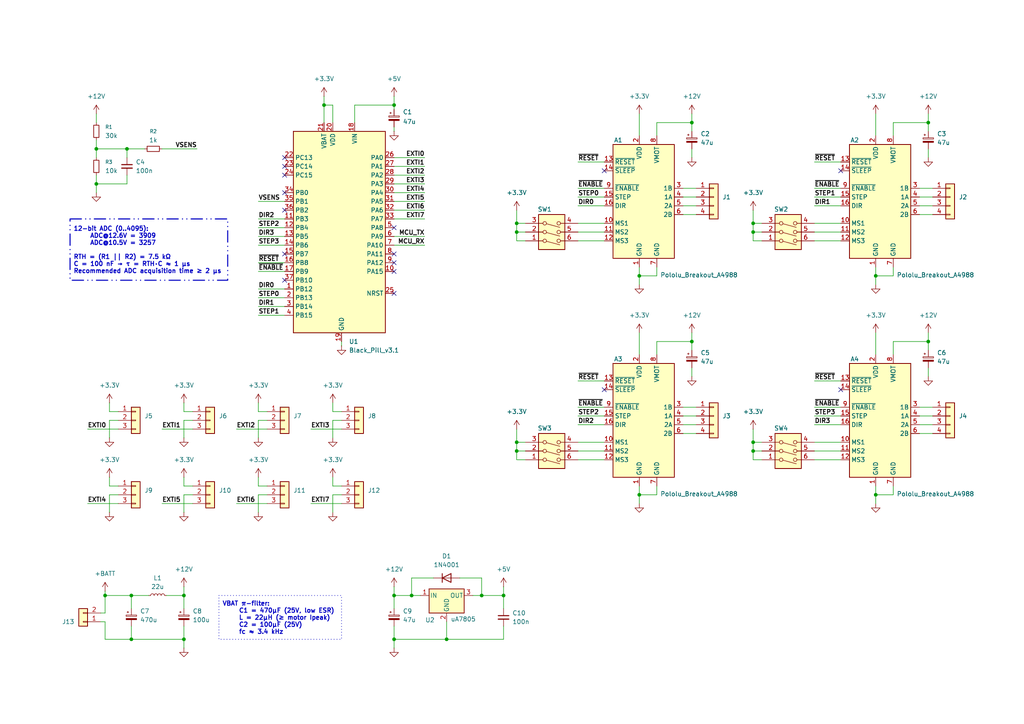
<source format=kicad_sch>
(kicad_sch (version 20250114) (generator "eeschema") (generator_version "9.0")
  (paper "A4")
  (title_block (title "Quad Stepper Controller") (date "2025-09-10") (rev "1") (company "Mazouz Yacine"))
  (lib_symbols
    (symbol "Connector_Generic:Conn_01x02" (pin_names (offset 1.016) (hide yes))
      (property "Reference" "J" (at 0 2.54 0))
      (property "Value" "Conn_01x02" (at 0 -5.08 0))
      (symbol "Conn_01x02_1_1"
        (pin passive line (at -5.08 0 0) (length 3.81) (name "Pin_1") (number "1"))
        (pin passive line (at -5.08 -2.54 0) (length 3.81) (name "Pin_2") (number "2"))
      )
    )
    (symbol "Connector_Generic:Conn_01x03" (pin_names (offset 1.016) (hide yes))
      (property "Reference" "J" (at 0 5.08 0))
      (property "Value" "Conn_01x03" (at 0 -5.08 0))
      (symbol "Conn_01x03_1_1"
        (pin passive line (at -5.08 2.54 0) (length 3.81) (name "Pin_1") (number "1"))
        (pin passive line (at -5.08 0 0) (length 3.81) (name "Pin_2") (number "2"))
        (pin passive line (at -5.08 -2.54 0) (length 3.81) (name "Pin_3") (number "3"))
      )
    )
    (symbol "Connector_Generic:Conn_01x04" (pin_names (offset 1.016) (hide yes))
      (property "Reference" "J" (at 0 5.08 0))
      (property "Value" "Conn_01x04" (at 0 -7.62 0))
      (symbol "Conn_01x04_1_1"
        (pin passive line (at -5.08 2.54 0) (length 3.81) (name "Pin_1") (number "1"))
        (pin passive line (at -5.08 0 0) (length 3.81) (name "Pin_2") (number "2"))
        (pin passive line (at -5.08 -2.54 0) (length 3.81) (name "Pin_3") (number "3"))
        (pin passive line (at -5.08 -5.08 0) (length 3.81) (name "Pin_4") (number "4"))
      )
    )
    (symbol "Device:C_Polarized_Small" (pin_numbers (hide yes)) (pin_names (offset 0.254) (hide yes))
      (property "Reference" "C" (at 0.254 1.778 0))
      (property "Value" "C_Polarized_Small" (at 0.254 -2.032 0))
      (symbol "C_Polarized_Small_1_1"
        (pin passive line (at 0 2.54 270) (length 1.8542) (name "~") (number "1"))
        (pin passive line (at 0 -2.54 90) (length 1.8542) (name "~") (number "2"))
      )
    )
    (symbol "Device:C_Small" (pin_numbers (hide yes)) (pin_names (offset 0.254) (hide yes))
      (property "Reference" "C" (at 0.254 1.778 0))
      (property "Value" "C_Small" (at 0.254 -2.032 0))
      (symbol "C_Small_1_1"
        (pin passive line (at 0 2.54 270) (length 2.032) (name "~") (number "1"))
        (pin passive line (at 0 -2.54 90) (length 2.032) (name "~") (number "2"))
      )
    )
    (symbol "Device:L_Small" (pin_numbers (hide yes)) (pin_names (offset 0.254) (hide yes))
      (property "Reference" "L" (at 0.762 1.016 0))
      (property "Value" "L_Small" (at 0.762 -1.016 0))
      (symbol "L_Small_1_1"
        (pin passive line (at 0 2.54 270) (length 0.508) (name "~") (number "1"))
        (pin passive line (at 0 -2.54 90) (length 0.508) (name "~") (number "2"))
      )
    )
    (symbol "Device:R_Small" (pin_numbers (hide yes)) (pin_names (offset 0.254) (hide yes))
      (property "Reference" "R" (at 0 0 90))
      (property "Value" "R_Small" (at 1.778 0 90))
      (symbol "R_Small_1_1"
        (pin passive line (at 0 2.54 270) (length 0.762) (name "~") (number "1"))
        (pin passive line (at 0 -2.54 90) (length 0.762) (name "~") (number "2"))
      )
    )
    (symbol "Diode:1N4001" (pin_numbers (hide yes)) (pin_names (hide yes))
      (property "Reference" "D" (at 0 2.54 0))
      (property "Value" "1N4001" (at 0 -2.54 0))
      (symbol "1N4001_1_1"
        (pin passive line (at -3.81 0 0) (length 2.54) (name "K") (number "1"))
        (pin passive line (at 3.81 0 180) (length 2.54) (name "A") (number "2"))
      )
    )
    (symbol "Driver_Motor:Pololu_Breakout_A4988"
      (property "Reference" "A" (at -2.54 19.05 0))
      (property "Value" "Pololu_Breakout_A4988" (at -2.54 16.51 0))
      (symbol "Pololu_Breakout_A4988_1_1"
        (pin input line (at -10.16 10.16 0) (length 2.54) (name "~{RESET}") (number "13"))
        (pin input line (at -10.16 7.62 0) (length 2.54) (name "~{SLEEP}") (number "14"))
        (pin input line (at -10.16 2.54 0) (length 2.54) (name "~{ENABLE}") (number "9"))
        (pin input line (at -10.16 0 0) (length 2.54) (name "STEP") (number "15"))
        (pin input line (at -10.16 -2.54 0) (length 2.54) (name "DIR") (number "16"))
        (pin input line (at -10.16 -7.62 0) (length 2.54) (name "MS1") (number "10"))
        (pin input line (at -10.16 -10.16 0) (length 2.54) (name "MS2") (number "11"))
        (pin input line (at -10.16 -12.7 0) (length 2.54) (name "MS3") (number "12"))
        (pin power_in line (at 0 17.78 270) (length 2.54) (name "VDD") (number "2"))
        (pin power_in line (at 0 -20.32 90) (length 2.54) (name "GND") (number "1"))
        (pin power_in line (at 5.08 17.78 270) (length 2.54) (name "VMOT") (number "8"))
        (pin power_in line (at 5.08 -20.32 90) (length 2.54) (name "GND") (number "7"))
        (pin output line (at 12.7 2.54 180) (length 2.54) (name "1B") (number "3"))
        (pin output line (at 12.7 0 180) (length 2.54) (name "1A") (number "4"))
        (pin output line (at 12.7 -2.54 180) (length 2.54) (name "2A") (number "5"))
        (pin output line (at 12.7 -5.08 180) (length 2.54) (name "2B") (number "6"))
      )
    )
    (symbol "Library:Black_Pill_v3.1"
      (property "Reference" "U" (at -13.97 27.94 0))
      (property "Value" "Black_Pill_v3.1" (at 3.048 -33.528 0))
      (symbol "Black_Pill_v3.1_1_1"
        (pin bidirectional line (at -16.51 19.05 0) (length 2.54) (name "PC13") (number "22"))
        (pin bidirectional line (at -16.51 16.51 0) (length 2.54) (name "PC14") (number "23"))
        (pin bidirectional line (at -16.51 13.97 0) (length 2.54) (name "PC15") (number "24"))
        (pin bidirectional line (at -16.51 8.89 0) (length 2.54) (name "PB0") (number "34"))
        (pin bidirectional line (at -16.51 6.35 0) (length 2.54) (name "PB1") (number "35"))
        (pin bidirectional line (at -16.51 3.81 0) (length 2.54) (name "PB2") (number "36"))
        (pin bidirectional line (at -16.51 1.27 0) (length 2.54) (name "PB3") (number "11"))
        (pin bidirectional line (at -16.51 -1.27 0) (length 2.54) (name "PB4") (number "12"))
        (pin bidirectional line (at -16.51 -3.81 0) (length 2.54) (name "PB5") (number "13"))
        (pin bidirectional line (at -16.51 -6.35 0) (length 2.54) (name "PB6") (number "14"))
        (pin bidirectional line (at -16.51 -8.89 0) (length 2.54) (name "PB7") (number "15"))
        (pin bidirectional line (at -16.51 -11.43 0) (length 2.54) (name "PB8") (number "16"))
        (pin bidirectional line (at -16.51 -13.97 0) (length 2.54) (name "PB9") (number "17"))
        (pin bidirectional line (at -16.51 -16.51 0) (length 2.54) (name "PB10") (number "37"))
        (pin bidirectional line (at -16.51 -19.05 0) (length 2.54) (name "PB12") (number "1"))
        (pin bidirectional line (at -16.51 -21.59 0) (length 2.54) (name "PB13") (number "2"))
        (pin bidirectional line (at -16.51 -24.13 0) (length 2.54) (name "PB14") (number "3"))
        (pin bidirectional line (at -16.51 -26.67 0) (length 2.54) (name "PB15") (number "4"))
        (pin power_in line (at -5.08 29.21 270) (length 2.54) (name "VBAT") (number "21"))
        (pin power_in line (at -2.54 29.21 270) (length 2.54) (name "VDD") (number "20"))
        (pin power_in line (at -2.54 29.21 270) (length 2.54) (hide yes) (name "VDD") (number "38"))
        (pin power_in line (at 0 -34.29 90) (length 2.54) (name "GND") (number "19"))
        (pin power_in line (at 0 -34.29 90) (length 2.54) (hide yes) (name "GND") (number "39"))
        (pin power_in line (at 3.81 29.21 270) (length 2.54) (name "VIN") (number "18"))
        (pin power_in line (at 3.81 29.21 270) (length 2.54) (hide yes) (name "VIN") (number "40"))
        (pin bidirectional line (at 15.24 19.05 180) (length 2.54) (name "PA0") (number "26"))
        (pin bidirectional line (at 15.24 16.51 180) (length 2.54) (name "PA1") (number "27"))
        (pin bidirectional line (at 15.24 13.97 180) (length 2.54) (name "PA2") (number "28"))
        (pin bidirectional line (at 15.24 11.43 180) (length 2.54) (name "PA3") (number "29"))
        (pin bidirectional line (at 15.24 8.89 180) (length 2.54) (name "PA4") (number "30"))
        (pin bidirectional line (at 15.24 6.35 180) (length 2.54) (name "PA5") (number "31"))
        (pin bidirectional line (at 15.24 3.81 180) (length 2.54) (name "PA6") (number "32"))
        (pin bidirectional line (at 15.24 1.27 180) (length 2.54) (name "PA7") (number "33"))
        (pin bidirectional line (at 15.24 -1.27 180) (length 2.54) (name "PA8") (number "5"))
        (pin bidirectional line (at 15.24 -3.81 180) (length 2.54) (name "PA9") (number "6"))
        (pin bidirectional line (at 15.24 -6.35 180) (length 2.54) (name "PA10") (number "7"))
        (pin bidirectional line (at 15.24 -8.89 180) (length 2.54) (name "PA11") (number "8"))
        (pin bidirectional line (at 15.24 -11.43 180) (length 2.54) (name "PA12") (number "9"))
        (pin bidirectional line (at 15.24 -13.97 180) (length 2.54) (name "PA15") (number "10"))
        (pin input line (at 15.24 -20.32 180) (length 2.54) (name "NRST") (number "25"))
      )
    )
    (symbol "Regulator_Linear:uA7805" (pin_names (offset 0.254))
      (property "Reference" "U" (at -3.81 3.175 0))
      (property "Value" "uA7805" (at 0 3.175 0))
      (symbol "uA7805_1_1"
        (pin power_in line (at -7.62 0 0) (length 2.54) (name "IN") (number "1"))
        (pin power_in line (at 0 -7.62 90) (length 2.54) (name "GND") (number "2"))
        (pin power_out line (at 7.62 0 180) (length 2.54) (name "OUT") (number "3"))
      )
    )
    (symbol "Switch:SW_DIP_x03" (pin_names (offset 0) (hide yes))
      (property "Reference" "SW" (at 0 6.35 0))
      (property "Value" "SW_DIP_x03" (at 0 -6.35 0))
      (symbol "SW_DIP_x03_1_1"
        (pin passive line (at -7.62 2.54 0) (length 5.08) (name "~") (number "1"))
        (pin passive line (at -7.62 0 0) (length 5.08) (name "~") (number "2"))
        (pin passive line (at -7.62 -2.54 0) (length 5.08) (name "~") (number "3"))
        (pin passive line (at 7.62 2.54 180) (length 5.08) (name "~") (number "6"))
        (pin passive line (at 7.62 0 180) (length 5.08) (name "~") (number "5"))
        (pin passive line (at 7.62 -2.54 180) (length 5.08) (name "~") (number "4"))
      )
    )
    (symbol "power:+12V" (power) (pin_numbers (hide yes)) (pin_names (offset 0) (hide yes))
      (property "Value" "+12V" (at 0 3.556 0))
      (symbol "+12V_1_1"
        (pin power_in line (at 0 0 90) (length 0) (name "~") (number "1"))
      )
    )
    (symbol "power:+3.3V" (power) (pin_numbers (hide yes)) (pin_names (offset 0) (hide yes))
      (property "Value" "+3.3V" (at 0 3.556 0))
      (symbol "+3.3V_1_1"
        (pin power_in line (at 0 0 90) (length 0) (name "~") (number "1"))
      )
    )
    (symbol "power:+5V" (power) (pin_numbers (hide yes)) (pin_names (offset 0) (hide yes))
      (property "Value" "+5V" (at 0 3.556 0))
      (symbol "+5V_1_1"
        (pin power_in line (at 0 0 90) (length 0) (name "~") (number "1"))
      )
    )
    (symbol "power:+BATT" (power) (pin_numbers (hide yes)) (pin_names (offset 0) (hide yes))
      (property "Value" "+BATT" (at 0 3.556 0))
      (symbol "+BATT_1_1"
        (pin power_in line (at 0 0 90) (length 0) (name "~") (number "1"))
      )
    )
    (symbol "power:GND" (power) (pin_numbers (hide yes)) (pin_names (offset 0) (hide yes))
      (property "Value" "GND" (at 0 -3.81 0))
      (symbol "GND_1_1"
        (pin power_in line (at 0 0 270) (length 0) (name "~") (number "1"))
      )
    )
  )
  (text_box "12-bit ADC (0..4095): \n	ADC@12.6V = 3909\n	ADC@10.5V = 3257\n\nRTH = (R1 || R2) = 7.5 kΩ\nC = 100 nF → τ = RTH·C ≈ 1 µs\nRecommended ADC acquisition time ≥ 2 µs" (at 20.32 63.5 0) (size 45.72 17.78) (margins 0.9525 0.9525 0.9525 0.9525) (stroke (width 0.3) (type dash_dot_dot)) (effects (font (size 1.27 1.27) (thickness 0.254) (bold yes)) (justify left)))
  (text_box "VBAT π-filter:\n	C1 = 470µF (25V, low ESR)\n	L = 22µH (≥ motor Ipeak) \n	C2 = 100µF (25V) \n	fc ≈ 3.4 kHz " (at 63.5 172.72 0) (size 35.56 12.7) (margins 0.9525 0.9525 0.9525 0.9525) (stroke (width 0.2) (type dot)) (effects (font (size 1.27 1.27) (thickness 0.254) (bold yes)) (justify left)))
  (junction (at 149.86 67.31))
  (junction (at 185.42 143.51))
  (junction (at 139.7 172.72))
  (junction (at 218.44 128.27))
  (junction (at 114.3 30.48))
  (junction (at 185.42 80.01))
  (junction (at 114.3 185.42))
  (junction (at 254 143.51))
  (junction (at 146.05 172.72))
  (junction (at 93.98 30.48))
  (junction (at 200.66 99.06))
  (junction (at 200.66 35.56))
  (junction (at 27.94 53.34))
  (junction (at 218.44 130.81))
  (junction (at 53.34 185.42))
  (junction (at 149.86 130.81))
  (junction (at 119.38 172.72))
  (junction (at 149.86 64.77))
  (junction (at 38.1 172.72))
  (junction (at 129.54 185.42))
  (junction (at 27.94 43.18))
  (junction (at 218.44 64.77))
  (junction (at 36.83 43.18))
  (junction (at 149.86 128.27))
  (junction (at 53.34 172.72))
  (junction (at 30.48 172.72))
  (junction (at 269.24 35.56))
  (junction (at 254 80.01))
  (junction (at 114.3 172.72))
  (junction (at 38.1 185.42))
  (junction (at 269.24 99.06))
  (junction (at 218.44 67.31))
  (no_connect (at 114.3 85.09))
  (no_connect (at 114.3 73.66))
  (no_connect (at 243.84 113.03))
  (no_connect (at 82.55 48.26))
  (no_connect (at 175.26 49.53))
  (no_connect (at 82.55 45.72))
  (no_connect (at 82.55 60.96))
  (no_connect (at 114.3 78.74))
  (no_connect (at 82.55 55.88))
  (no_connect (at 114.3 66.04))
  (no_connect (at 175.26 113.03))
  (no_connect (at 82.55 81.28))
  (no_connect (at 243.84 49.53))
  (no_connect (at 114.3 76.2))
  (no_connect (at 82.55 73.66))
  (no_connect (at 82.55 50.8))
  (wire (pts (xy 96.52 119.38) (xy 96.52 116.84)))
  (wire (pts (xy 149.86 124.46) (xy 149.86 128.27)))
  (wire (pts (xy 133.35 167.64) (xy 139.7 167.64)))
  (wire (pts (xy 29.21 177.8) (xy 30.48 177.8)))
  (wire (pts (xy 31.75 121.92) (xy 31.75 127)))
  (wire (pts (xy 218.44 133.35) (xy 220.98 133.35)))
  (wire (pts (xy 93.98 30.48) (xy 93.98 35.56)))
  (wire (pts (xy 236.22 123.19) (xy 243.84 123.19)))
  (wire (pts (xy 167.64 110.49) (xy 175.26 110.49)))
  (wire (pts (xy 259.08 99.06) (xy 259.08 102.87)))
  (wire (pts (xy 198.12 59.69) (xy 201.93 59.69)))
  (wire (pts (xy 266.7 54.61) (xy 270.51 54.61)))
  (wire (pts (xy 167.64 67.31) (xy 175.26 67.31)))
  (wire (pts (xy 114.3 71.12) (xy 123.19 71.12)))
  (wire (pts (xy 27.94 50.8) (xy 27.94 53.34)))
  (wire (pts (xy 74.93 63.5) (xy 82.55 63.5)))
  (wire (pts (xy 167.64 120.65) (xy 175.26 120.65)))
  (wire (pts (xy 167.64 123.19) (xy 175.26 123.19)))
  (wire (pts (xy 74.93 88.9) (xy 82.55 88.9)))
  (wire (pts (xy 198.12 57.15) (xy 201.93 57.15)))
  (wire (pts (xy 200.66 43.18) (xy 200.66 45.72)))
  (wire (pts (xy 190.5 35.56) (xy 200.66 35.56)))
  (wire (pts (xy 114.3 58.42) (xy 123.19 58.42)))
  (wire (pts (xy 96.52 121.92) (xy 99.06 121.92)))
  (wire (pts (xy 198.12 118.11) (xy 201.93 118.11)))
  (wire (pts (xy 236.22 59.69) (xy 243.84 59.69)))
  (wire (pts (xy 96.52 143.51) (xy 99.06 143.51)))
  (wire (pts (xy 114.3 185.42) (xy 114.3 187.96)))
  (wire (pts (xy 74.93 121.92) (xy 74.93 127)))
  (wire (pts (xy 93.98 30.48) (xy 96.52 30.48)))
  (wire (pts (xy 38.1 172.72) (xy 38.1 176.53)))
  (wire (pts (xy 30.48 172.72) (xy 38.1 172.72)))
  (wire (pts (xy 167.64 128.27) (xy 175.26 128.27)))
  (wire (pts (xy 200.66 96.52) (xy 200.66 99.06)))
  (wire (pts (xy 31.75 121.92) (xy 34.29 121.92)))
  (wire (pts (xy 198.12 120.65) (xy 201.93 120.65)))
  (wire (pts (xy 269.24 106.68) (xy 269.24 109.22)))
  (wire (pts (xy 218.44 67.31) (xy 220.98 67.31)))
  (wire (pts (xy 25.4 124.46) (xy 34.29 124.46)))
  (wire (pts (xy 259.08 77.47) (xy 259.08 80.01)))
  (wire (pts (xy 218.44 130.81) (xy 218.44 133.35)))
  (wire (pts (xy 99.06 140.97) (xy 96.52 140.97)))
  (wire (pts (xy 259.08 35.56) (xy 259.08 39.37)))
  (wire (pts (xy 190.5 140.97) (xy 190.5 143.51)))
  (wire (pts (xy 53.34 170.18) (xy 53.34 172.72)))
  (wire (pts (xy 149.86 128.27) (xy 152.4 128.27)))
  (wire (pts (xy 102.87 30.48) (xy 114.3 30.48)))
  (wire (pts (xy 30.48 171.45) (xy 30.48 172.72)))
  (wire (pts (xy 254 33.02) (xy 254 39.37)))
  (wire (pts (xy 200.66 99.06) (xy 200.66 101.6)))
  (wire (pts (xy 46.99 146.05) (xy 55.88 146.05)))
  (wire (pts (xy 146.05 176.53) (xy 146.05 172.72)))
  (wire (pts (xy 198.12 62.23) (xy 201.93 62.23)))
  (wire (pts (xy 198.12 54.61) (xy 201.93 54.61)))
  (wire (pts (xy 36.83 53.34) (xy 27.94 53.34)))
  (wire (pts (xy 31.75 143.51) (xy 34.29 143.51)))
  (wire (pts (xy 114.3 68.58) (xy 123.19 68.58)))
  (wire (pts (xy 55.88 140.97) (xy 53.34 140.97)))
  (wire (pts (xy 236.22 118.11) (xy 243.84 118.11)))
  (wire (pts (xy 46.99 124.46) (xy 55.88 124.46)))
  (wire (pts (xy 129.54 185.42) (xy 146.05 185.42)))
  (wire (pts (xy 218.44 69.85) (xy 220.98 69.85)))
  (wire (pts (xy 236.22 54.61) (xy 243.84 54.61)))
  (wire (pts (xy 74.93 143.51) (xy 74.93 148.59)))
  (wire (pts (xy 218.44 128.27) (xy 220.98 128.27)))
  (wire (pts (xy 74.93 66.04) (xy 82.55 66.04)))
  (wire (pts (xy 53.34 119.38) (xy 53.34 116.84)))
  (wire (pts (xy 149.86 67.31) (xy 149.86 69.85)))
  (wire (pts (xy 149.86 60.96) (xy 149.86 64.77)))
  (wire (pts (xy 114.3 48.26) (xy 123.19 48.26)))
  (wire (pts (xy 218.44 64.77) (xy 218.44 67.31)))
  (wire (pts (xy 31.75 119.38) (xy 31.75 116.84)))
  (wire (pts (xy 198.12 125.73) (xy 201.93 125.73)))
  (wire (pts (xy 167.64 57.15) (xy 175.26 57.15)))
  (wire (pts (xy 74.93 91.44) (xy 82.55 91.44)))
  (wire (pts (xy 218.44 64.77) (xy 220.98 64.77)))
  (wire (pts (xy 190.5 99.06) (xy 200.66 99.06)))
  (wire (pts (xy 96.52 121.92) (xy 96.52 127)))
  (wire (pts (xy 198.12 123.19) (xy 201.93 123.19)))
  (wire (pts (xy 254 140.97) (xy 254 143.51)))
  (wire (pts (xy 53.34 121.92) (xy 53.34 127)))
  (wire (pts (xy 236.22 110.49) (xy 243.84 110.49)))
  (wire (pts (xy 254 77.47) (xy 254 80.01)))
  (wire (pts (xy 149.86 67.31) (xy 152.4 67.31)))
  (wire (pts (xy 114.3 172.72) (xy 114.3 176.53)))
  (wire (pts (xy 236.22 67.31) (xy 243.84 67.31)))
  (wire (pts (xy 266.7 57.15) (xy 270.51 57.15)))
  (wire (pts (xy 185.42 80.01) (xy 190.5 80.01)))
  (wire (pts (xy 34.29 119.38) (xy 31.75 119.38)))
  (wire (pts (xy 48.26 172.72) (xy 53.34 172.72)))
  (wire (pts (xy 27.94 43.18) (xy 27.94 45.72)))
  (wire (pts (xy 266.7 123.19) (xy 270.51 123.19)))
  (wire (pts (xy 200.66 106.68) (xy 200.66 109.22)))
  (wire (pts (xy 93.98 27.94) (xy 93.98 30.48)))
  (wire (pts (xy 30.48 180.34) (xy 30.48 185.42)))
  (wire (pts (xy 34.29 140.97) (xy 31.75 140.97)))
  (wire (pts (xy 266.7 125.73) (xy 270.51 125.73)))
  (wire (pts (xy 77.47 119.38) (xy 74.93 119.38)))
  (wire (pts (xy 218.44 124.46) (xy 218.44 128.27)))
  (wire (pts (xy 31.75 140.97) (xy 31.75 138.43)))
  (wire (pts (xy 200.66 33.02) (xy 200.66 35.56)))
  (wire (pts (xy 167.64 133.35) (xy 175.26 133.35)))
  (wire (pts (xy 114.3 60.96) (xy 123.19 60.96)))
  (wire (pts (xy 36.83 50.8) (xy 36.83 53.34)))
  (wire (pts (xy 149.86 69.85) (xy 152.4 69.85)))
  (wire (pts (xy 218.44 67.31) (xy 218.44 69.85)))
  (wire (pts (xy 114.3 181.61) (xy 114.3 185.42)))
  (wire (pts (xy 167.64 54.61) (xy 175.26 54.61)))
  (wire (pts (xy 236.22 57.15) (xy 243.84 57.15)))
  (wire (pts (xy 259.08 35.56) (xy 269.24 35.56)))
  (wire (pts (xy 185.42 143.51) (xy 185.42 146.05)))
  (wire (pts (xy 114.3 185.42) (xy 129.54 185.42)))
  (wire (pts (xy 53.34 172.72) (xy 53.34 176.53)))
  (wire (pts (xy 53.34 140.97) (xy 53.34 138.43)))
  (wire (pts (xy 99.06 119.38) (xy 96.52 119.38)))
  (wire (pts (xy 31.75 143.51) (xy 31.75 148.59)))
  (wire (pts (xy 185.42 33.02) (xy 185.42 39.37)))
  (wire (pts (xy 269.24 35.56) (xy 269.24 38.1)))
  (wire (pts (xy 114.3 30.48) (xy 114.3 31.75)))
  (wire (pts (xy 114.3 53.34) (xy 123.19 53.34)))
  (wire (pts (xy 99.06 99.06) (xy 99.06 100.33)))
  (wire (pts (xy 254 96.52) (xy 254 102.87)))
  (wire (pts (xy 167.64 130.81) (xy 175.26 130.81)))
  (wire (pts (xy 269.24 43.18) (xy 269.24 45.72)))
  (wire (pts (xy 119.38 167.64) (xy 119.38 172.72)))
  (wire (pts (xy 53.34 121.92) (xy 55.88 121.92)))
  (wire (pts (xy 254 80.01) (xy 259.08 80.01)))
  (wire (pts (xy 96.52 30.48) (xy 96.52 35.56)))
  (wire (pts (xy 96.52 143.51) (xy 96.52 148.59)))
  (wire (pts (xy 30.48 177.8) (xy 30.48 172.72)))
  (wire (pts (xy 74.93 68.58) (xy 82.55 68.58)))
  (wire (pts (xy 218.44 128.27) (xy 218.44 130.81)))
  (wire (pts (xy 185.42 77.47) (xy 185.42 80.01)))
  (wire (pts (xy 200.66 35.56) (xy 200.66 38.1)))
  (wire (pts (xy 36.83 43.18) (xy 27.94 43.18)))
  (wire (pts (xy 68.58 124.46) (xy 77.47 124.46)))
  (wire (pts (xy 149.86 64.77) (xy 149.86 67.31)))
  (wire (pts (xy 236.22 128.27) (xy 243.84 128.27)))
  (wire (pts (xy 27.94 53.34) (xy 27.94 55.88)))
  (wire (pts (xy 90.17 124.46) (xy 99.06 124.46)))
  (wire (pts (xy 149.86 130.81) (xy 152.4 130.81)))
  (wire (pts (xy 74.93 86.36) (xy 82.55 86.36)))
  (wire (pts (xy 139.7 167.64) (xy 139.7 172.72)))
  (wire (pts (xy 46.99 43.18) (xy 57.15 43.18)))
  (wire (pts (xy 218.44 130.81) (xy 220.98 130.81)))
  (wire (pts (xy 167.64 59.69) (xy 175.26 59.69)))
  (wire (pts (xy 27.94 33.02) (xy 27.94 35.56)))
  (wire (pts (xy 146.05 181.61) (xy 146.05 185.42)))
  (wire (pts (xy 38.1 172.72) (xy 43.18 172.72)))
  (wire (pts (xy 114.3 27.94) (xy 114.3 30.48)))
  (wire (pts (xy 185.42 80.01) (xy 185.42 82.55)))
  (wire (pts (xy 266.7 59.69) (xy 270.51 59.69)))
  (wire (pts (xy 254 80.01) (xy 254 82.55)))
  (wire (pts (xy 185.42 140.97) (xy 185.42 143.51)))
  (wire (pts (xy 190.5 77.47) (xy 190.5 80.01)))
  (wire (pts (xy 114.3 50.8) (xy 123.19 50.8)))
  (wire (pts (xy 269.24 33.02) (xy 269.24 35.56)))
  (wire (pts (xy 68.58 146.05) (xy 77.47 146.05)))
  (wire (pts (xy 129.54 180.34) (xy 129.54 185.42)))
  (wire (pts (xy 218.44 60.96) (xy 218.44 64.77)))
  (wire (pts (xy 90.17 146.05) (xy 99.06 146.05)))
  (wire (pts (xy 137.16 172.72) (xy 139.7 172.72)))
  (wire (pts (xy 74.93 71.12) (xy 82.55 71.12)))
  (wire (pts (xy 38.1 181.61) (xy 38.1 185.42)))
  (wire (pts (xy 269.24 99.06) (xy 269.24 101.6)))
  (wire (pts (xy 74.93 119.38) (xy 74.93 116.84)))
  (wire (pts (xy 149.86 64.77) (xy 152.4 64.77)))
  (wire (pts (xy 119.38 172.72) (xy 114.3 172.72)))
  (wire (pts (xy 53.34 185.42) (xy 53.34 187.96)))
  (wire (pts (xy 96.52 140.97) (xy 96.52 138.43)))
  (wire (pts (xy 125.73 167.64) (xy 119.38 167.64)))
  (wire (pts (xy 266.7 118.11) (xy 270.51 118.11)))
  (wire (pts (xy 53.34 185.42) (xy 38.1 185.42)))
  (wire (pts (xy 254 143.51) (xy 259.08 143.51)))
  (wire (pts (xy 236.22 64.77) (xy 243.84 64.77)))
  (wire (pts (xy 236.22 120.65) (xy 243.84 120.65)))
  (wire (pts (xy 74.93 121.92) (xy 77.47 121.92)))
  (wire (pts (xy 167.64 64.77) (xy 175.26 64.77)))
  (wire (pts (xy 74.93 83.82) (xy 82.55 83.82)))
  (wire (pts (xy 185.42 143.51) (xy 190.5 143.51)))
  (wire (pts (xy 77.47 140.97) (xy 74.93 140.97)))
  (wire (pts (xy 36.83 45.72) (xy 36.83 43.18)))
  (wire (pts (xy 55.88 119.38) (xy 53.34 119.38)))
  (wire (pts (xy 114.3 63.5) (xy 123.19 63.5)))
  (wire (pts (xy 53.34 181.61) (xy 53.34 185.42)))
  (wire (pts (xy 236.22 133.35) (xy 243.84 133.35)))
  (wire (pts (xy 190.5 99.06) (xy 190.5 102.87)))
  (wire (pts (xy 190.5 35.56) (xy 190.5 39.37)))
  (wire (pts (xy 74.93 76.2) (xy 82.55 76.2)))
  (wire (pts (xy 236.22 130.81) (xy 243.84 130.81)))
  (wire (pts (xy 149.86 130.81) (xy 149.86 133.35)))
  (wire (pts (xy 74.93 140.97) (xy 74.93 138.43)))
  (wire (pts (xy 53.34 143.51) (xy 55.88 143.51)))
  (wire (pts (xy 36.83 43.18) (xy 41.91 43.18)))
  (wire (pts (xy 167.64 118.11) (xy 175.26 118.11)))
  (wire (pts (xy 269.24 96.52) (xy 269.24 99.06)))
  (wire (pts (xy 139.7 172.72) (xy 146.05 172.72)))
  (wire (pts (xy 254 143.51) (xy 254 146.05)))
  (wire (pts (xy 259.08 99.06) (xy 269.24 99.06)))
  (wire (pts (xy 114.3 36.83) (xy 114.3 38.1)))
  (wire (pts (xy 114.3 170.18) (xy 114.3 172.72)))
  (wire (pts (xy 236.22 46.99) (xy 243.84 46.99)))
  (wire (pts (xy 114.3 55.88) (xy 123.19 55.88)))
  (wire (pts (xy 74.93 78.74) (xy 82.55 78.74)))
  (wire (pts (xy 149.86 133.35) (xy 152.4 133.35)))
  (wire (pts (xy 266.7 62.23) (xy 270.51 62.23)))
  (wire (pts (xy 29.21 180.34) (xy 30.48 180.34)))
  (wire (pts (xy 114.3 45.72) (xy 123.19 45.72)))
  (wire (pts (xy 149.86 128.27) (xy 149.86 130.81)))
  (wire (pts (xy 30.48 185.42) (xy 38.1 185.42)))
  (wire (pts (xy 259.08 140.97) (xy 259.08 143.51)))
  (wire (pts (xy 185.42 96.52) (xy 185.42 102.87)))
  (wire (pts (xy 146.05 170.18) (xy 146.05 172.72)))
  (wire (pts (xy 236.22 69.85) (xy 243.84 69.85)))
  (wire (pts (xy 102.87 30.48) (xy 102.87 35.56)))
  (wire (pts (xy 53.34 143.51) (xy 53.34 148.59)))
  (wire (pts (xy 266.7 120.65) (xy 270.51 120.65)))
  (wire (pts (xy 167.64 69.85) (xy 175.26 69.85)))
  (wire (pts (xy 167.64 46.99) (xy 175.26 46.99)))
  (wire (pts (xy 121.92 172.72) (xy 119.38 172.72)))
  (wire (pts (xy 74.93 143.51) (xy 77.47 143.51)))
  (wire (pts (xy 27.94 40.64) (xy 27.94 43.18)))
  (wire (pts (xy 74.93 58.42) (xy 82.55 58.42)))
  (wire (pts (xy 25.4 146.05) (xy 34.29 146.05)))
  (label "EXTI5" (at 46.99 146.05 0) (effects (font (thickness 0.254) (bold yes))))
  (label "EXTI0" (at 123.19 45.72 180) (effects (font (thickness 0.254) (bold yes))))
  (label "EXTI1" (at 123.19 48.26 180) (effects (font (thickness 0.254) (bold yes))))
  (label "EXTI2" (at 68.58 124.46 0) (effects (font (thickness 0.254) (bold yes))))
  (label "VSENS" (at 74.93 58.42 0) (effects (font (thickness 0.254) (bold yes))))
  (label "STEP0" (at 74.93 86.36 0) (effects (font (thickness 0.254) (bold yes))))
  (label "EXTI4" (at 25.4 146.05 0) (effects (font (thickness 0.254) (bold yes))))
  (label "VSENS" (at 57.15 43.18 180) (effects (font (thickness 0.254) (bold yes))))
  (label "~{ENABLE}" (at 167.64 54.61 0) (effects (font (thickness 0.254) (bold yes))))
  (label "EXTI6" (at 68.58 146.05 0) (effects (font (thickness 0.254) (bold yes))))
  (label "EXTI3" (at 123.19 53.34 180) (effects (font (thickness 0.254) (bold yes))))
  (label "STEP2" (at 167.64 120.65 0) (effects (font (thickness 0.254) (bold yes))))
  (label "DIR0" (at 74.93 83.82 0) (effects (font (thickness 0.254) (bold yes))))
  (label "DIR1" (at 236.22 59.69 0) (effects (font (thickness 0.254) (bold yes))))
  (label "DIR1" (at 74.93 88.9 0) (effects (font (thickness 0.254) (bold yes))))
  (label "DIR3" (at 236.22 123.19 0) (effects (font (thickness 0.254) (bold yes))))
  (label "EXTI3" (at 90.17 124.46 0) (effects (font (thickness 0.254) (bold yes))))
  (label "EXTI0" (at 25.4 124.46 0) (effects (font (thickness 0.254) (bold yes))))
  (label "EXTI2" (at 123.19 50.8 180) (effects (font (thickness 0.254) (bold yes))))
  (label "~{ENABLE}" (at 236.22 54.61 0) (effects (font (thickness 0.254) (bold yes))))
  (label "~{ENABLE}" (at 236.22 118.11 0) (effects (font (thickness 0.254) (bold yes))))
  (label "STEP1" (at 74.93 91.44 0) (effects (font (thickness 0.254) (bold yes))))
  (label "STEP1" (at 236.22 57.15 0) (effects (font (thickness 0.254) (bold yes))))
  (label "STEP3" (at 236.22 120.65 0) (effects (font (thickness 0.254) (bold yes))))
  (label "DIR2" (at 74.93 63.5 0) (effects (font (thickness 0.254) (bold yes))))
  (label "~{RESET}" (at 236.22 110.49 0) (effects (font (thickness 0.254) (bold yes))))
  (label "DIR0" (at 167.64 59.69 0) (effects (font (thickness 0.254) (bold yes))))
  (label "EXTI6" (at 123.19 60.96 180) (effects (font (thickness 0.254) (bold yes))))
  (label "~{RESET}" (at 167.64 46.99 0) (effects (font (thickness 0.254) (bold yes))))
  (label "STEP2" (at 74.93 66.04 0) (effects (font (thickness 0.254) (bold yes))))
  (label "EXTI7" (at 123.19 63.5 180) (effects (font (thickness 0.254) (bold yes))))
  (label "MCU_TX" (at 123.19 68.58 180) (effects (font (thickness 0.254) (bold yes))))
  (label "~{RESET}" (at 167.64 110.49 0) (effects (font (thickness 0.254) (bold yes))))
  (label "EXTI1" (at 46.99 124.46 0) (effects (font (thickness 0.254) (bold yes))))
  (label "EXTI4" (at 123.19 55.88 180) (effects (font (thickness 0.254) (bold yes))))
  (label "MCU_RX" (at 123.19 71.12 180) (effects (font (thickness 0.254) (bold yes))))
  (label "STEP0" (at 167.64 57.15 0) (effects (font (thickness 0.254) (bold yes))))
  (label "EXTI5" (at 123.19 58.42 180) (effects (font (thickness 0.254) (bold yes))))
  (label "~{ENABLE}" (at 74.93 78.74 0) (effects (font (thickness 0.254) (bold yes))))
  (label "STEP3" (at 74.93 71.12 0) (effects (font (thickness 0.254) (bold yes))))
  (label "EXTI7" (at 90.17 146.05 0) (effects (font (thickness 0.254) (bold yes))))
  (label "~{RESET}" (at 74.93 76.2 0) (effects (font (thickness 0.254) (bold yes))))
  (label "DIR2" (at 167.64 123.19 0) (effects (font (thickness 0.254) (bold yes))))
  (label "~{ENABLE}" (at 167.64 118.11 0) (effects (font (thickness 0.254) (bold yes))))
  (label "~{RESET}" (at 236.22 46.99 0) (effects (font (thickness 0.254) (bold yes))))
  (label "DIR3" (at 74.93 68.58 0) (effects (font (thickness 0.254) (bold yes))))
  (symbol (lib_id "Device:C_Polarized_Small") (at 53.34 179.07 0) (unit 1)
    (property "Reference" "C8" (at 55.88 177.2538 0) (effects (justify left)))
    (property "Value" "100u" (at 55.88 179.7938 0) (effects (justify left)))
    (property "Footprint" "Capacitor_THT:CP_Radial_D10.0mm_P5.00mm" (effects (hide yes)))
    (property "Description" "Polarized capacitor, small symbol" (effects (hide yes)))
  )
  (symbol (lib_id "power:+3.3V") (at 31.75 138.43 0) (unit 1)
    (property "Reference" "#PWR033" (effects (hide yes)))
    (property "Value" "+3.3V" (at 31.75 133.35 0))
    (property "Description" "Power symbol creates a global label with name \"+3.3V\"" (effects (hide yes)))
  )
  (symbol (lib_id "Connector_Generic:Conn_01x02") (at 24.13 180.34 180) (unit 1)
    (property "Reference" "J13" (at 21.59 180.3401 0) (effects (justify left)))
    (property "Value" "Conn_01x02" (effects (hide yes)))
    (property "Footprint" "Connector_AMASS:AMASS_XT60-M_1x02_P7.20mm_Vertical" (effects (hide yes)))
    (property "Description" "Generic connector, single row, 01x02, script generated (kicad-library-utils/schlib/autogen/connector/)" (effects (hide yes)))
  )
  (symbol (lib_id "power:+5V") (at 114.3 27.94 0) (unit 1)
    (property "Reference" "#PWR02" (effects (hide yes)))
    (property "Value" "+5V" (at 114.3 22.86 0))
    (property "Description" "Power symbol creates a global label with name \"+5V\"" (effects (hide yes)))
  )
  (symbol (lib_id "power:+3.3V") (at 185.42 96.52 0) (unit 1)
    (property "Reference" "#PWR016" (effects (hide yes)))
    (property "Value" "+3.3V" (at 185.42 91.44 0))
    (property "Description" "Power symbol creates a global label with name \"+3.3V\"" (effects (hide yes)))
  )
  (symbol (lib_id "power:+3.3V") (at 254 33.02 0) (unit 1)
    (property "Reference" "#PWR06" (effects (hide yes)))
    (property "Value" "+3.3V" (at 254 27.94 0))
    (property "Description" "Power symbol creates a global label with name \"+3.3V\"" (effects (hide yes)))
  )
  (symbol (lib_id "power:+12V") (at 269.24 33.02 0) (unit 1)
    (property "Reference" "#PWR07" (effects (hide yes)))
    (property "Value" "+12V" (at 269.24 27.94 0))
    (property "Description" "Power symbol creates a global label with name \"+12V\"" (effects (hide yes)))
  )
  (symbol (lib_id "power:+3.3V") (at 149.86 124.46 0) (unit 1)
    (property "Reference" "#PWR027" (effects (hide yes)))
    (property "Value" "+3.3V" (at 149.86 119.38 0))
    (property "Description" "Power symbol creates a global label with name \"+3.3V\"" (effects (hide yes)))
  )
  (symbol (lib_id "Connector_Generic:Conn_01x03") (at 104.14 121.92 0) (unit 1)
    (property "Reference" "J8" (at 106.68 120.6499 0) (effects (justify left)))
    (property "Value" "Conn_01x03" (effects (hide yes)))
    (property "Footprint" "Connector_PinHeader_2.54mm:PinHeader_1x03_P2.54mm_Vertical" (effects (hide yes)))
    (property "Description" "Generic connector, single row, 01x03, script generated (kicad-library-utils/schlib/autogen/connector/)" (effects (hide yes)))
  )
  (symbol (lib_id "power:+3.3V") (at 74.93 116.84 0) (unit 1)
    (property "Reference" "#PWR025" (effects (hide yes)))
    (property "Value" "+3.3V" (at 74.93 111.76 0))
    (property "Description" "Power symbol creates a global label with name \"+3.3V\"" (effects (hide yes)))
  )
  (symbol (lib_id "power:+3.3V") (at 218.44 124.46 0) (unit 1)
    (property "Reference" "#PWR028" (effects (hide yes)))
    (property "Value" "+3.3V" (at 218.44 119.38 0))
    (property "Description" "Power symbol creates a global label with name \"+3.3V\"" (effects (hide yes)))
  )
  (symbol (lib_id "power:+3.3V") (at 185.42 33.02 0) (unit 1)
    (property "Reference" "#PWR04" (effects (hide yes)))
    (property "Value" "+3.3V" (at 185.42 27.94 0))
    (property "Description" "Power symbol creates a global label with name \"+3.3V\"" (effects (hide yes)))
  )
  (symbol (lib_id "Connector_Generic:Conn_01x04") (at 207.01 57.15 0) (unit 1)
    (property "Reference" "J1" (at 209.55 57.1499 0) (effects (justify left)))
    (property "Value" "Conn_01x04" (effects (hide yes)))
    (property "Footprint" "Connector_JST:JST_XH_B4B-XH-AM_1x04_P2.50mm_Vertical" (effects (hide yes)))
    (property "Description" "Generic connector, single row, 01x04, script generated (kicad-library-utils/schlib/autogen/connector/)" (effects (hide yes)))
  )
  (symbol (lib_id "Device:R_Small") (at 27.94 38.1 0) (unit 1)
    (property "Reference" "R1" (at 30.48 36.8299 0) (effects (font (size 1.016 1.016)) (justify left)))
    (property "Value" "30k" (at 30.48 39.3699 0) (effects (justify left)))
    (property "Footprint" "Resistor_THT:R_Axial_DIN0204_L3.6mm_D1.6mm_P7.62mm_Horizontal" (effects (hide yes)))
    (property "Description" "Resistor, small symbol" (effects (hide yes)))
  )
  (symbol (lib_id "Connector_Generic:Conn_01x04") (at 275.59 120.65 0) (unit 1)
    (property "Reference" "J4" (at 278.13 120.6499 0) (effects (justify left)))
    (property "Value" "Conn_01x04" (effects (hide yes)))
    (property "Footprint" "Connector_JST:JST_XH_B4B-XH-AM_1x04_P2.50mm_Vertical" (effects (hide yes)))
    (property "Description" "Generic connector, single row, 01x04, script generated (kicad-library-utils/schlib/autogen/connector/)" (effects (hide yes)))
  )
  (symbol (lib_id "Connector_Generic:Conn_01x03") (at 60.96 121.92 0) (unit 1)
    (property "Reference" "J6" (at 63.5 120.6499 0) (effects (justify left)))
    (property "Value" "Conn_01x03" (effects (hide yes)))
    (property "Footprint" "Connector_PinHeader_2.54mm:PinHeader_1x03_P2.54mm_Vertical" (effects (hide yes)))
    (property "Description" "Generic connector, single row, 01x03, script generated (kicad-library-utils/schlib/autogen/connector/)" (effects (hide yes)))
  )
  (symbol (lib_id "power:GND") (at 96.52 127 0) (unit 1)
    (property "Reference" "#PWR032" (effects (hide yes)))
    (property "Value" "GND" (effects (hide yes)))
    (property "Description" "Power symbol creates a global label with name \"GND\" , ground" (effects (hide yes)))
  )
  (symbol (lib_id "Switch:SW_DIP_x03") (at 160.02 67.31 0) (mirror x) (unit 1)
    (property "Reference" "SW1" (at 157.988 60.706 0))
    (property "Value" "SW_DIP_x03" (effects (hide yes)))
    (property "Footprint" "Button_Switch_THT:SW_DIP_SPSTx03_Slide_9.78x9.8mm_W7.62mm_P2.54mm" (effects (hide yes)))
    (property "Description" "3x DIP Switch, Single Pole Single Throw (SPST) switch, small symbol" (effects (hide yes)))
  )
  (symbol (lib_id "Connector_Generic:Conn_01x04") (at 275.59 57.15 0) (unit 1)
    (property "Reference" "J2" (at 278.13 57.1499 0) (effects (justify left)))
    (property "Value" "Conn_01x04" (effects (hide yes)))
    (property "Footprint" "Connector_JST:JST_XH_B4B-XH-AM_1x04_P2.50mm_Vertical" (effects (hide yes)))
    (property "Description" "Generic connector, single row, 01x04, script generated (kicad-library-utils/schlib/autogen/connector/)" (effects (hide yes)))
  )
  (symbol (lib_id "power:GND") (at 27.94 55.88 0) (unit 1)
    (property "Reference" "#PWR011" (effects (hide yes)))
    (property "Value" "GND" (effects (hide yes)))
    (property "Description" "Power symbol creates a global label with name \"GND\" , ground" (effects (hide yes)))
  )
  (symbol (lib_id "power:+5V") (at 146.05 170.18 0) (unit 1)
    (property "Reference" "#PWR045" (effects (hide yes)))
    (property "Value" "+5V" (at 146.05 165.1 0))
    (property "Description" "Power symbol creates a global label with name \"+5V\"" (effects (hide yes)))
  )
  (symbol (lib_id "Diode:1N4001") (at 129.54 167.64 0) (unit 1)
    (property "Reference" "D1" (at 129.54 161.29 0))
    (property "Value" "1N4001" (at 129.54 163.83 0))
    (property "Footprint" "Diode_THT:D_DO-41_SOD81_P10.16mm_Horizontal" (effects (hide yes)))
    (property "Datasheet" "http://www.vishay.com/docs/88503/1n4001.pdf" (effects (hide yes)))
    (property "Description" "50V 1A General Purpose Rectifier Diode, DO-41" (effects (hide yes)))
    (property "Sim.Device" "D" (effects (hide yes)))
    (property "Sim.Pins" "1=K 2=A" (effects (hide yes)))
  )
  (symbol (lib_id "Switch:SW_DIP_x03") (at 160.02 130.81 0) (mirror x) (unit 1)
    (property "Reference" "SW3" (at 157.988 124.206 0))
    (property "Value" "SW_DIP_x03" (effects (hide yes)))
    (property "Footprint" "Button_Switch_THT:SW_DIP_SPSTx03_Slide_9.78x9.8mm_W7.62mm_P2.54mm" (effects (hide yes)))
    (property "Description" "3x DIP Switch, Single Pole Single Throw (SPST) switch, small symbol" (effects (hide yes)))
  )
  (symbol (lib_id "power:+3.3V") (at 96.52 138.43 0) (unit 1)
    (property "Reference" "#PWR036" (effects (hide yes)))
    (property "Value" "+3.3V" (at 96.52 133.35 0))
    (property "Description" "Power symbol creates a global label with name \"+3.3V\"" (effects (hide yes)))
  )
  (symbol (lib_id "power:GND") (at 200.66 109.22 0) (unit 1)
    (property "Reference" "#PWR021" (effects (hide yes)))
    (property "Value" "GND" (effects (hide yes)))
    (property "Description" "Power symbol creates a global label with name \"GND\" , ground" (effects (hide yes)))
  )
  (symbol (lib_id "Driver_Motor:Pololu_Breakout_A4988") (at 254 120.65 0) (unit 1)
    (property "Reference" "A4" (at 246.634 104.14 0) (effects (justify left)))
    (property "Value" "Pololu_Breakout_A4988" (at 260.096 143.256 0) (effects (justify left)))
    (property "Footprint" "Module:Pololu_Breakout-16_15.2x20.3mm" (effects (hide yes)))
    (property "Datasheet" "https://www.pololu.com/product/2980/pictures" (effects (hide yes)))
    (property "Description" "Pololu Breakout Board, Stepper Driver A4988" (effects (hide yes)))
  )
  (symbol (lib_id "power:GND") (at 53.34 148.59 0) (unit 1)
    (property "Reference" "#PWR040" (effects (hide yes)))
    (property "Value" "GND" (effects (hide yes)))
    (property "Description" "Power symbol creates a global label with name \"GND\" , ground" (effects (hide yes)))
  )
  (symbol (lib_id "Device:C_Small") (at 36.83 48.26 0) (unit 1)
    (property "Reference" "C4" (at 39.37 46.9962 0) (effects (justify left)))
    (property "Value" "100n" (at 39.37 49.5362 0) (effects (justify left)))
    (property "Footprint" "Capacitor_THT:C_Disc_D5.0mm_W2.5mm_P2.50mm" (effects (hide yes)))
    (property "Description" "Unpolarized capacitor, small symbol" (effects (hide yes)))
  )
  (symbol (lib_id "Device:C_Small") (at 146.05 179.07 0) (unit 1)
    (property "Reference" "C10" (at 148.59 177.8062 0) (effects (justify left)))
    (property "Value" "100n" (at 148.59 180.3462 0) (effects (justify left)))
    (property "Footprint" "Capacitor_THT:CP_Radial_D5.0mm_P2.50mm" (effects (hide yes)))
    (property "Description" "Unpolarized capacitor, small symbol" (effects (hide yes)))
  )
  (symbol (lib_id "power:+12V") (at 200.66 96.52 0) (unit 1)
    (property "Reference" "#PWR017" (effects (hide yes)))
    (property "Value" "+12V" (at 200.66 91.44 0))
    (property "Description" "Power symbol creates a global label with name \"+12V\"" (effects (hide yes)))
  )
  (symbol (lib_id "Connector_Generic:Conn_01x03") (at 82.55 143.51 0) (unit 1)
    (property "Reference" "J11" (at 85.09 142.2399 0) (effects (justify left)))
    (property "Value" "Conn_01x03" (effects (hide yes)))
    (property "Footprint" "Connector_PinHeader_2.54mm:PinHeader_1x03_P2.54mm_Vertical" (effects (hide yes)))
    (property "Description" "Generic connector, single row, 01x03, script generated (kicad-library-utils/schlib/autogen/connector/)" (effects (hide yes)))
  )
  (symbol (lib_id "Device:R_Small") (at 44.45 43.18 90) (unit 1)
    (property "Reference" "R2" (at 44.45 38.1 90) (effects (font (size 1.016 1.016))))
    (property "Value" "1k" (at 44.45 40.64 90))
    (property "Footprint" "Resistor_THT:R_Axial_DIN0204_L3.6mm_D1.6mm_P7.62mm_Horizontal" (effects (hide yes)))
    (property "Description" "Resistor, small symbol" (effects (hide yes)))
  )
  (symbol (lib_id "Device:C_Polarized_Small") (at 200.66 104.14 0) (unit 1)
    (property "Reference" "C5" (at 203.2 102.3238 0) (effects (justify left)))
    (property "Value" "47u" (at 203.2 104.8638 0) (effects (justify left)))
    (property "Footprint" "Capacitor_THT:CP_Radial_D5.0mm_P2.50mm" (effects (hide yes)))
    (property "Description" "Polarized capacitor, small symbol" (effects (hide yes)))
  )
  (symbol (lib_id "power:GND") (at 31.75 148.59 0) (unit 1)
    (property "Reference" "#PWR039" (effects (hide yes)))
    (property "Value" "GND" (effects (hide yes)))
    (property "Description" "Power symbol creates a global label with name \"GND\" , ground" (effects (hide yes)))
  )
  (symbol (lib_id "Regulator_Linear:uA7805") (at 129.54 172.72 0) (unit 1)
    (property "Reference" "U2" (at 124.714 179.832 0))
    (property "Value" "uA7805" (at 134.366 179.578 0))
    (property "Footprint" "Package_TO_SOT_THT:TO-220-3_Vertical" (effects (hide yes)))
    (property "Datasheet" "http://www.ti.com/lit/ds/symlink/ua78.pdf" (effects (hide yes)))
    (property "Description" "Positive 1A 35V Linear Regulator, Fixed Output 5V, TO-220/TO-263" (effects (hide yes)))
  )
  (symbol (lib_id "power:+BATT") (at 30.48 171.45 0) (unit 1)
    (property "Reference" "#PWR046" (effects (hide yes)))
    (property "Value" "+BATT" (at 30.48 166.37 0))
    (property "Description" "Power symbol creates a global label with name \"+BATT\"" (effects (hide yes)))
  )
  (symbol (lib_id "Device:L_Small") (at 45.72 172.72 90) (unit 1)
    (property "Reference" "L1" (at 45.72 167.64 90))
    (property "Value" "22u" (at 45.72 170.18 90))
    (property "Footprint" "Inductor_THT:L_Radial_D12.0mm_P10.00mm_Neosid_SD12_style1" (effects (hide yes)))
    (property "Description" "Inductor, small symbol" (effects (hide yes)))
  )
  (symbol (lib_id "power:GND") (at 254 82.55 0) (unit 1)
    (property "Reference" "#PWR015" (effects (hide yes)))
    (property "Value" "GND" (effects (hide yes)))
    (property "Description" "Power symbol creates a global label with name \"GND\" , ground" (effects (hide yes)))
  )
  (symbol (lib_id "power:+3.3V") (at 53.34 138.43 0) (unit 1)
    (property "Reference" "#PWR034" (effects (hide yes)))
    (property "Value" "+3.3V" (at 53.34 133.35 0))
    (property "Description" "Power symbol creates a global label with name \"+3.3V\"" (effects (hide yes)))
  )
  (symbol (lib_id "power:+3.3V") (at 218.44 60.96 0) (unit 1)
    (property "Reference" "#PWR013" (effects (hide yes)))
    (property "Value" "+3.3V" (at 218.44 55.88 0))
    (property "Description" "Power symbol creates a global label with name \"+3.3V\"" (effects (hide yes)))
  )
  (symbol (lib_id "power:GND") (at 185.42 82.55 0) (unit 1)
    (property "Reference" "#PWR014" (effects (hide yes)))
    (property "Value" "GND" (effects (hide yes)))
    (property "Description" "Power symbol creates a global label with name \"GND\" , ground" (effects (hide yes)))
  )
  (symbol (lib_id "power:GND") (at 31.75 127 0) (unit 1)
    (property "Reference" "#PWR029" (effects (hide yes)))
    (property "Value" "GND" (effects (hide yes)))
    (property "Description" "Power symbol creates a global label with name \"GND\" , ground" (effects (hide yes)))
  )
  (symbol (lib_id "power:GND") (at 114.3 187.96 0) (unit 1)
    (property "Reference" "#PWR048" (effects (hide yes)))
    (property "Value" "GND" (effects (hide yes)))
    (property "Description" "Power symbol creates a global label with name \"GND\" , ground" (effects (hide yes)))
  )
  (symbol (lib_id "Connector_Generic:Conn_01x03") (at 39.37 143.51 0) (unit 1)
    (property "Reference" "J9" (at 41.91 142.2399 0) (effects (justify left)))
    (property "Value" "Conn_01x03" (effects (hide yes)))
    (property "Footprint" "Connector_PinHeader_2.54mm:PinHeader_1x03_P2.54mm_Vertical" (effects (hide yes)))
    (property "Description" "Generic connector, single row, 01x03, script generated (kicad-library-utils/schlib/autogen/connector/)" (effects (hide yes)))
  )
  (symbol (lib_id "Driver_Motor:Pololu_Breakout_A4988") (at 185.42 57.15 0) (unit 1)
    (property "Reference" "A1" (at 178.054 40.64 0) (effects (justify left)))
    (property "Value" "Pololu_Breakout_A4988" (at 191.516 79.756 0) (effects (justify left)))
    (property "Footprint" "Module:Pololu_Breakout-16_15.2x20.3mm" (effects (hide yes)))
    (property "Datasheet" "https://www.pololu.com/product/2980/pictures" (effects (hide yes)))
    (property "Description" "Pololu Breakout Board, Stepper Driver A4988" (effects (hide yes)))
  )
  (symbol (lib_id "power:GND") (at 99.06 100.33 0) (unit 1)
    (property "Reference" "#PWR020" (effects (hide yes)))
    (property "Value" "GND" (effects (hide yes)))
    (property "Description" "Power symbol creates a global label with name \"GND\" , ground" (effects (hide yes)))
  )
  (symbol (lib_id "power:+3.3V") (at 53.34 116.84 0) (unit 1)
    (property "Reference" "#PWR024" (effects (hide yes)))
    (property "Value" "+3.3V" (at 53.34 111.76 0))
    (property "Description" "Power symbol creates a global label with name \"+3.3V\"" (effects (hide yes)))
  )
  (symbol (lib_id "power:+3.3V") (at 254 96.52 0) (unit 1)
    (property "Reference" "#PWR018" (effects (hide yes)))
    (property "Value" "+3.3V" (at 254 91.44 0))
    (property "Description" "Power symbol creates a global label with name \"+3.3V\"" (effects (hide yes)))
  )
  (symbol (lib_id "Driver_Motor:Pololu_Breakout_A4988") (at 254 57.15 0) (unit 1)
    (property "Reference" "A2" (at 246.634 40.64 0) (effects (justify left)))
    (property "Value" "Pololu_Breakout_A4988" (at 260.096 79.756 0) (effects (justify left)))
    (property "Footprint" "Module:Pololu_Breakout-16_15.2x20.3mm" (effects (hide yes)))
    (property "Datasheet" "https://www.pololu.com/product/2980/pictures" (effects (hide yes)))
    (property "Description" "Pololu Breakout Board, Stepper Driver A4988" (effects (hide yes)))
  )
  (symbol (lib_id "Connector_Generic:Conn_01x04") (at 207.01 120.65 0) (unit 1)
    (property "Reference" "J3" (at 209.55 120.6499 0) (effects (justify left)))
    (property "Value" "Conn_01x04" (effects (hide yes)))
    (property "Footprint" "Connector_JST:JST_XH_B4B-XH-AM_1x04_P2.50mm_Vertical" (effects (hide yes)))
    (property "Description" "Generic connector, single row, 01x04, script generated (kicad-library-utils/schlib/autogen/connector/)" (effects (hide yes)))
  )
  (symbol (lib_id "Connector_Generic:Conn_01x03") (at 104.14 143.51 0) (unit 1)
    (property "Reference" "J12" (at 106.68 142.2399 0) (effects (justify left)))
    (property "Value" "Conn_01x03" (effects (hide yes)))
    (property "Footprint" "Connector_PinHeader_2.54mm:PinHeader_1x03_P2.54mm_Vertical" (effects (hide yes)))
    (property "Description" "Generic connector, single row, 01x03, script generated (kicad-library-utils/schlib/autogen/connector/)" (effects (hide yes)))
  )
  (symbol (lib_id "Connector_Generic:Conn_01x03") (at 82.55 121.92 0) (unit 1)
    (property "Reference" "J7" (at 85.09 120.6499 0) (effects (justify left)))
    (property "Value" "Conn_01x03" (effects (hide yes)))
    (property "Footprint" "Connector_PinHeader_2.54mm:PinHeader_1x03_P2.54mm_Vertical" (effects (hide yes)))
    (property "Description" "Generic connector, single row, 01x03, script generated (kicad-library-utils/schlib/autogen/connector/)" (effects (hide yes)))
  )
  (symbol (lib_id "Device:C_Polarized_Small") (at 114.3 179.07 0) (unit 1)
    (property "Reference" "C9" (at 116.84 177.2538 0) (effects (justify left)))
    (property "Value" "47u" (at 116.84 179.7938 0) (effects (justify left)))
    (property "Footprint" "Capacitor_THT:CP_Radial_D5.0mm_P2.50mm" (effects (hide yes)))
    (property "Description" "Polarized capacitor, small symbol" (effects (hide yes)))
  )
  (symbol (lib_id "power:+3.3V") (at 96.52 116.84 0) (unit 1)
    (property "Reference" "#PWR026" (effects (hide yes)))
    (property "Value" "+3.3V" (at 96.52 111.76 0))
    (property "Description" "Power symbol creates a global label with name \"+3.3V\"" (effects (hide yes)))
  )
  (symbol (lib_id "power:+3.3V") (at 74.93 138.43 0) (unit 1)
    (property "Reference" "#PWR035" (effects (hide yes)))
    (property "Value" "+3.3V" (at 74.93 133.35 0))
    (property "Description" "Power symbol creates a global label with name \"+3.3V\"" (effects (hide yes)))
  )
  (symbol (lib_id "power:GND") (at 53.34 187.96 0) (unit 1)
    (property "Reference" "#PWR047" (effects (hide yes)))
    (property "Value" "GND" (effects (hide yes)))
    (property "Description" "Power symbol creates a global label with name \"GND\" , ground" (effects (hide yes)))
  )
  (symbol (lib_id "power:+3.3V") (at 31.75 116.84 0) (unit 1)
    (property "Reference" "#PWR023" (effects (hide yes)))
    (property "Value" "+3.3V" (at 31.75 111.76 0))
    (property "Description" "Power symbol creates a global label with name \"+3.3V\"" (effects (hide yes)))
  )
  (symbol (lib_id "power:GND") (at 74.93 148.59 0) (unit 1)
    (property "Reference" "#PWR041" (effects (hide yes)))
    (property "Value" "GND" (effects (hide yes)))
    (property "Description" "Power symbol creates a global label with name \"GND\" , ground" (effects (hide yes)))
  )
  (symbol (lib_id "power:GND") (at 269.24 45.72 0) (unit 1)
    (property "Reference" "#PWR010" (effects (hide yes)))
    (property "Value" "GND" (effects (hide yes)))
    (property "Description" "Power symbol creates a global label with name \"GND\" , ground" (effects (hide yes)))
  )
  (symbol (lib_id "Device:C_Polarized_Small") (at 114.3 34.29 0) (unit 1)
    (property "Reference" "C1" (at 116.84 32.4738 0) (effects (justify left)))
    (property "Value" "47u" (at 116.84 35.306 0) (effects (justify left)))
    (property "Footprint" "Capacitor_THT:CP_Radial_D5.0mm_P2.50mm" (effects (hide yes)))
    (property "Description" "Polarized capacitor, small symbol" (effects (hide yes)))
  )
  (symbol (lib_id "power:+12V") (at 53.34 170.18 0) (unit 1)
    (property "Reference" "#PWR043" (effects (hide yes)))
    (property "Value" "+12V" (at 53.34 165.1 0))
    (property "Description" "Power symbol creates a global label with name \"+12V\"" (effects (hide yes)))
  )
  (symbol (lib_id "power:GND") (at 114.3 38.1 0) (unit 1)
    (property "Reference" "#PWR08" (effects (hide yes)))
    (property "Value" "GND" (effects (hide yes)))
    (property "Description" "Power symbol creates a global label with name \"GND\" , ground" (effects (hide yes)))
  )
  (symbol (lib_id "power:GND") (at 269.24 109.22 0) (unit 1)
    (property "Reference" "#PWR022" (effects (hide yes)))
    (property "Value" "GND" (effects (hide yes)))
    (property "Description" "Power symbol creates a global label with name \"GND\" , ground" (effects (hide yes)))
  )
  (symbol (lib_id "Switch:SW_DIP_x03") (at 228.6 67.31 0) (mirror x) (unit 1)
    (property "Reference" "SW2" (at 226.568 60.706 0))
    (property "Value" "SW_DIP_x03" (effects (hide yes)))
    (property "Footprint" "Button_Switch_THT:SW_DIP_SPSTx03_Slide_9.78x9.8mm_W7.62mm_P2.54mm" (effects (hide yes)))
    (property "Description" "3x DIP Switch, Single Pole Single Throw (SPST) switch, small symbol" (effects (hide yes)))
  )
  (symbol (lib_id "power:GND") (at 200.66 45.72 0) (unit 1)
    (property "Reference" "#PWR09" (effects (hide yes)))
    (property "Value" "GND" (effects (hide yes)))
    (property "Description" "Power symbol creates a global label with name \"GND\" , ground" (effects (hide yes)))
  )
  (symbol (lib_id "power:GND") (at 53.34 127 0) (unit 1)
    (property "Reference" "#PWR030" (effects (hide yes)))
    (property "Value" "GND" (effects (hide yes)))
    (property "Description" "Power symbol creates a global label with name \"GND\" , ground" (effects (hide yes)))
  )
  (symbol (lib_id "Library:Black_Pill_v3.1") (at 99.06 64.77 0) (unit 1)
    (property "Reference" "U1" (at 101.2033 99.06 0) (effects (justify left)))
    (property "Value" "Black_Pill_v3.1" (at 101.2033 101.6 0) (effects (justify left)))
    (property "Footprint" "Library:Black_Pill_v3.1" (effects (hide yes)))
  )
  (symbol (lib_id "Device:R_Small") (at 27.94 48.26 0) (unit 1)
    (property "Reference" "R3" (at 30.48 46.9899 0) (effects (font (size 1.016 1.016)) (justify left)))
    (property "Value" "10k" (at 30.48 49.5299 0) (effects (justify left)))
    (property "Footprint" "Resistor_THT:R_Axial_DIN0204_L3.6mm_D1.6mm_P7.62mm_Horizontal" (effects (hide yes)))
    (property "Description" "Resistor, small symbol" (effects (hide yes)))
  )
  (symbol (lib_id "power:+12V") (at 269.24 96.52 0) (unit 1)
    (property "Reference" "#PWR019" (effects (hide yes)))
    (property "Value" "+12V" (at 269.24 91.44 0))
    (property "Description" "Power symbol creates a global label with name \"+12V\"" (effects (hide yes)))
  )
  (symbol (lib_id "power:GND") (at 185.42 146.05 0) (unit 1)
    (property "Reference" "#PWR037" (effects (hide yes)))
    (property "Value" "GND" (effects (hide yes)))
    (property "Description" "Power symbol creates a global label with name \"GND\" , ground" (effects (hide yes)))
  )
  (symbol (lib_id "Device:C_Polarized_Small") (at 38.1 179.07 0) (unit 1)
    (property "Reference" "C7" (at 40.64 177.2538 0) (effects (justify left)))
    (property "Value" "470u" (at 40.64 179.7938 0) (effects (justify left)))
    (property "Footprint" "Capacitor_THT:CP_Radial_D10.0mm_P5.00mm" (effects (hide yes)))
    (property "Description" "Polarized capacitor, small symbol" (effects (hide yes)))
  )
  (symbol (lib_id "power:+12V") (at 27.94 33.02 0) (unit 1)
    (property "Reference" "#PWR03" (effects (hide yes)))
    (property "Value" "+12V" (at 27.94 27.94 0))
    (property "Description" "Power symbol creates a global label with name \"+12V\"" (effects (hide yes)))
  )
  (symbol (lib_id "Device:C_Polarized_Small") (at 269.24 104.14 0) (unit 1)
    (property "Reference" "C6" (at 271.78 102.3238 0) (effects (justify left)))
    (property "Value" "47u" (at 271.78 104.8638 0) (effects (justify left)))
    (property "Footprint" "Capacitor_THT:CP_Radial_D5.0mm_P2.50mm" (effects (hide yes)))
    (property "Description" "Polarized capacitor, small symbol" (effects (hide yes)))
  )
  (symbol (lib_id "power:+12V") (at 114.3 170.18 0) (unit 1)
    (property "Reference" "#PWR044" (effects (hide yes)))
    (property "Value" "+12V" (at 114.3 165.1 0))
    (property "Description" "Power symbol creates a global label with name \"+12V\"" (effects (hide yes)))
  )
  (symbol (lib_id "Driver_Motor:Pololu_Breakout_A4988") (at 185.42 120.65 0) (unit 1)
    (property "Reference" "A3" (at 178.054 104.14 0) (effects (justify left)))
    (property "Value" "Pololu_Breakout_A4988" (at 191.516 143.256 0) (effects (justify left)))
    (property "Footprint" "Module:Pololu_Breakout-16_15.2x20.3mm" (effects (hide yes)))
    (property "Datasheet" "https://www.pololu.com/product/2980/pictures" (effects (hide yes)))
    (property "Description" "Pololu Breakout Board, Stepper Driver A4988" (effects (hide yes)))
  )
  (symbol (lib_id "Connector_Generic:Conn_01x03") (at 60.96 143.51 0) (unit 1)
    (property "Reference" "J10" (at 63.5 142.2399 0) (effects (justify left)))
    (property "Value" "Conn_01x03" (effects (hide yes)))
    (property "Footprint" "Connector_PinHeader_2.54mm:PinHeader_1x03_P2.54mm_Vertical" (effects (hide yes)))
    (property "Description" "Generic connector, single row, 01x03, script generated (kicad-library-utils/schlib/autogen/connector/)" (effects (hide yes)))
  )
  (symbol (lib_id "power:GND") (at 96.52 148.59 0) (unit 1)
    (property "Reference" "#PWR042" (effects (hide yes)))
    (property "Value" "GND" (effects (hide yes)))
    (property "Description" "Power symbol creates a global label with name \"GND\" , ground" (effects (hide yes)))
  )
  (symbol (lib_id "power:GND") (at 254 146.05 0) (unit 1)
    (property "Reference" "#PWR038" (effects (hide yes)))
    (property "Value" "GND" (effects (hide yes)))
    (property "Description" "Power symbol creates a global label with name \"GND\" , ground" (effects (hide yes)))
  )
  (symbol (lib_id "power:+3.3V") (at 149.86 60.96 0) (unit 1)
    (property "Reference" "#PWR012" (effects (hide yes)))
    (property "Value" "+3.3V" (at 149.86 55.88 0))
    (property "Description" "Power symbol creates a global label with name \"+3.3V\"" (effects (hide yes)))
  )
  (symbol (lib_id "Device:C_Polarized_Small") (at 200.66 40.64 0) (unit 1)
    (property "Reference" "C2" (at 203.2 38.8238 0) (effects (justify left)))
    (property "Value" "47u" (at 203.2 41.3638 0) (effects (justify left)))
    (property "Footprint" "Capacitor_THT:CP_Radial_D5.0mm_P2.50mm" (effects (hide yes)))
    (property "Description" "Polarized capacitor, small symbol" (effects (hide yes)))
  )
  (symbol (lib_id "power:GND") (at 74.93 127 0) (unit 1)
    (property "Reference" "#PWR031" (effects (hide yes)))
    (property "Value" "GND" (effects (hide yes)))
    (property "Description" "Power symbol creates a global label with name \"GND\" , ground" (effects (hide yes)))
  )
  (symbol (lib_id "power:+3.3V") (at 93.98 27.94 0) (unit 1)
    (property "Reference" "#PWR01" (effects (hide yes)))
    (property "Value" "+3.3V" (at 93.98 22.86 0))
    (property "Description" "Power symbol creates a global label with name \"+3.3V\"" (effects (hide yes)))
  )
  (symbol (lib_id "Device:C_Polarized_Small") (at 269.24 40.64 0) (unit 1)
    (property "Reference" "C3" (at 271.78 38.8238 0) (effects (justify left)))
    (property "Value" "47u" (at 271.78 41.3638 0) (effects (justify left)))
    (property "Footprint" "Capacitor_THT:CP_Radial_D5.0mm_P2.50mm" (effects (hide yes)))
    (property "Description" "Polarized capacitor, small symbol" (effects (hide yes)))
  )
  (symbol (lib_id "Connector_Generic:Conn_01x03") (at 39.37 121.92 0) (unit 1)
    (property "Reference" "J5" (at 41.91 120.6499 0) (effects (justify left)))
    (property "Value" "Conn_01x03" (effects (hide yes)))
    (property "Footprint" "Connector_PinHeader_2.54mm:PinHeader_1x03_P2.54mm_Vertical" (effects (hide yes)))
    (property "Description" "Generic connector, single row, 01x03, script generated (kicad-library-utils/schlib/autogen/connector/)" (effects (hide yes)))
  )
  (symbol (lib_id "Switch:SW_DIP_x03") (at 228.6 130.81 0) (mirror x) (unit 1)
    (property "Reference" "SW4" (at 226.568 124.206 0))
    (property "Value" "SW_DIP_x03" (effects (hide yes)))
    (property "Footprint" "Button_Switch_THT:SW_DIP_SPSTx03_Slide_9.78x9.8mm_W7.62mm_P2.54mm" (effects (hide yes)))
    (property "Description" "3x DIP Switch, Single Pole Single Throw (SPST) switch, small symbol" (effects (hide yes)))
  )
  (symbol (lib_id "power:+12V") (at 200.66 33.02 0) (unit 1)
    (property "Reference" "#PWR05" (effects (hide yes)))
    (property "Value" "+12V" (at 200.66 27.94 0))
    (property "Description" "Power symbol creates a global label with name \"+12V\"" (effects (hide yes)))
  )
)
</source>
